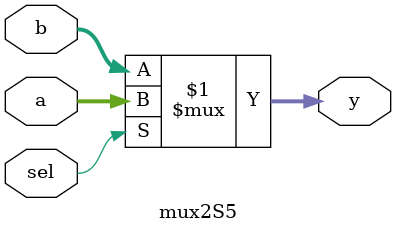
<source format=v>
`timescale 1ns/1ns

module mux2S5( sel, a, b, y );

    input sel;
    input  [4:0] a, b;
    output [4:0] y;

    assign y = sel ? a : b ;

endmodule

</source>
